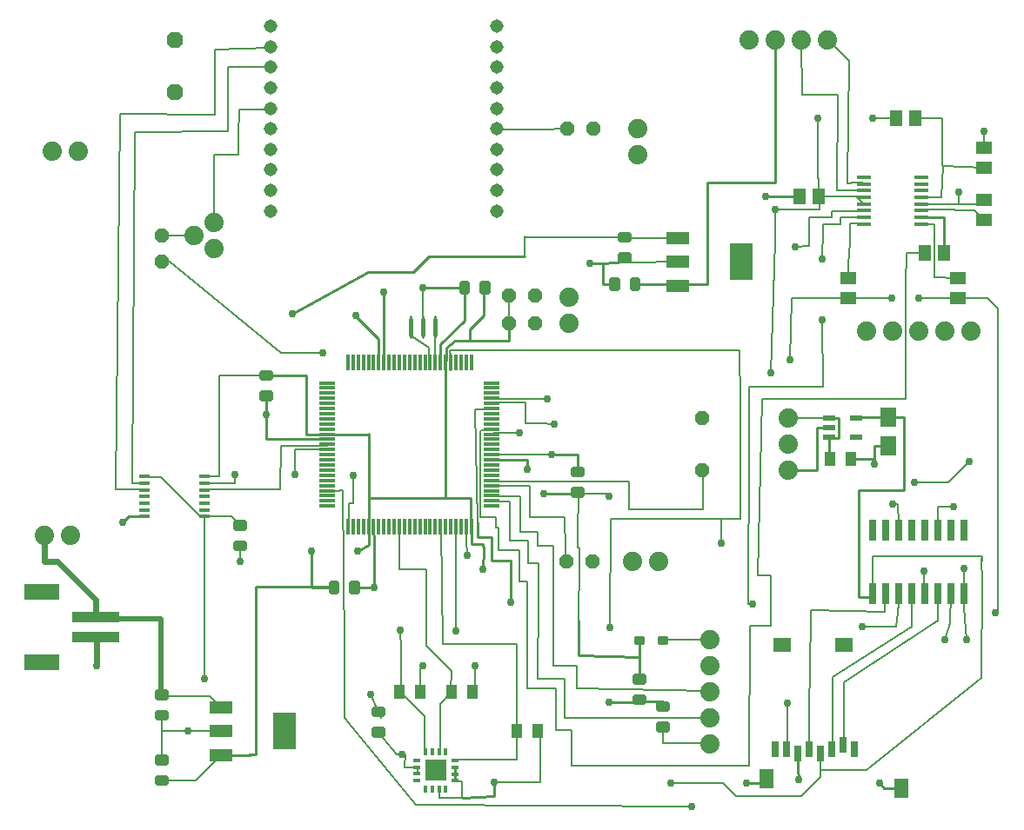
<source format=gbr>
G04 EAGLE Gerber RS-274X export*
G75*
%MOMM*%
%FSLAX34Y34*%
%LPD*%
%INTop Copper*%
%IPPOS*%
%AMOC8*
5,1,8,0,0,1.08239X$1,22.5*%
G01*
%ADD10P,1.732040X8X292.500000*%
%ADD11R,1.100000X1.400000*%
%ADD12R,1.500000X1.950000*%
%ADD13R,1.300000X1.500000*%
%ADD14R,2.235200X1.219200*%
%ADD15R,2.200000X3.600000*%
%ADD16R,0.350000X0.700000*%
%ADD17R,0.700000X0.350000*%
%ADD18R,2.000000X2.000000*%
%ADD19R,0.660400X2.032000*%
%ADD20R,1.200000X0.550000*%
%ADD21R,4.600000X1.000000*%
%ADD22R,3.400000X1.600000*%
%ADD23C,1.879600*%
%ADD24P,1.429621X8X112.500000*%
%ADD25R,1.500000X1.300000*%
%ADD26P,1.429621X8X22.500000*%
%ADD27C,0.400000*%
%ADD28C,0.550000*%
%ADD29R,1.473200X0.355600*%
%ADD30R,1.500000X0.300000*%
%ADD31R,0.300000X1.500000*%
%ADD32R,0.990600X0.304800*%
%ADD33R,1.400000X1.900000*%
%ADD34R,1.800000X1.400000*%
%ADD35R,0.700000X1.500000*%
%ADD36C,1.308000*%
%ADD37C,0.450000*%
%ADD38C,0.254000*%
%ADD39C,0.152400*%
%ADD40C,0.756400*%
%ADD41C,0.609600*%
%ADD42C,0.203200*%
%ADD43C,0.508000*%


D10*
X177800Y762000D03*
X177800Y711200D03*
D11*
X510700Y88900D03*
X530700Y88900D03*
X447200Y127000D03*
X467200Y127000D03*
X396400Y127000D03*
X416400Y127000D03*
D12*
X872490Y394750D03*
X872490Y367250D03*
D11*
X815500Y354330D03*
X835500Y354330D03*
D13*
X804520Y609600D03*
X785520Y609600D03*
X879500Y685800D03*
X898500Y685800D03*
D14*
X223012Y112014D03*
X223012Y88900D03*
X223012Y65786D03*
D15*
X284990Y88900D03*
D14*
X667512Y569214D03*
X667512Y546100D03*
X667512Y522986D03*
D15*
X729490Y546100D03*
D16*
X428550Y32550D03*
X422050Y32550D03*
X435050Y32550D03*
X441550Y32550D03*
D17*
X450300Y41050D03*
X450300Y47300D03*
X450300Y54050D03*
X450300Y60550D03*
D16*
X441550Y69050D03*
X435050Y69050D03*
X428550Y69050D03*
X422050Y69050D03*
D17*
X413550Y60550D03*
X413550Y54050D03*
X413550Y47550D03*
X413550Y41050D03*
D18*
X431800Y50800D03*
D19*
X857250Y223266D03*
X857250Y284734D03*
X869950Y223266D03*
X882650Y223266D03*
X869950Y284734D03*
X882650Y284734D03*
X895350Y223266D03*
X895350Y284734D03*
X908050Y223266D03*
X908050Y284734D03*
X920750Y223266D03*
X933450Y223266D03*
X920750Y284734D03*
X933450Y284734D03*
X946150Y223266D03*
X946150Y284734D03*
D20*
X815040Y394310D03*
X815040Y384810D03*
X815040Y375310D03*
X841040Y375310D03*
X841040Y394310D03*
D21*
X100500Y180500D03*
X100500Y200500D03*
D22*
X48500Y156500D03*
X48500Y224500D03*
D23*
X774700Y342900D03*
X774700Y368300D03*
X774700Y393700D03*
X623570Y254000D03*
X648970Y254000D03*
X50800Y279400D03*
X76200Y279400D03*
X83820Y654050D03*
X58420Y654050D03*
X812800Y762000D03*
X787400Y762000D03*
X762000Y762000D03*
X736600Y762000D03*
X628650Y675640D03*
X628650Y650240D03*
X698500Y177800D03*
X698500Y152400D03*
X698500Y127000D03*
X698500Y101600D03*
X698500Y76200D03*
X215900Y558800D03*
X196850Y571500D03*
X215900Y584200D03*
D24*
X690880Y342900D03*
X690880Y393700D03*
D25*
X833120Y511200D03*
X833120Y530200D03*
X965200Y606400D03*
X965200Y587400D03*
X965200Y638200D03*
X965200Y657200D03*
D26*
X560070Y675640D03*
X585470Y675640D03*
D24*
X165100Y546100D03*
X165100Y571500D03*
D26*
X558800Y254000D03*
X584200Y254000D03*
D13*
X907440Y554990D03*
X926440Y554990D03*
D25*
X939800Y511200D03*
X939800Y530200D03*
D27*
X632850Y175800D02*
X626850Y175800D01*
X626850Y179800D01*
X632850Y179800D01*
X632850Y175800D01*
X632850Y179600D02*
X626850Y179600D01*
X649850Y175800D02*
X655850Y175800D01*
X649850Y175800D02*
X649850Y179800D01*
X655850Y179800D01*
X655850Y175800D01*
X655850Y179600D02*
X649850Y179600D01*
D28*
X335650Y224350D02*
X330150Y224350D01*
X330150Y232850D01*
X335650Y232850D01*
X335650Y224350D01*
X335650Y229575D02*
X330150Y229575D01*
X350150Y224350D02*
X355650Y224350D01*
X350150Y224350D02*
X350150Y232850D01*
X355650Y232850D01*
X355650Y224350D01*
X355650Y229575D02*
X350150Y229575D01*
X611700Y567320D02*
X611700Y572820D01*
X620200Y572820D01*
X620200Y567320D01*
X611700Y567320D01*
X611700Y572545D02*
X620200Y572545D01*
X611700Y552820D02*
X611700Y547320D01*
X611700Y552820D02*
X620200Y552820D01*
X620200Y547320D01*
X611700Y547320D01*
X611700Y552545D02*
X620200Y552545D01*
D29*
X904494Y583040D03*
X904494Y589644D03*
X904494Y596248D03*
X904494Y602598D03*
X904494Y609202D03*
X904494Y615552D03*
X904494Y622156D03*
X904494Y628760D03*
X848106Y628760D03*
X848106Y622156D03*
X848106Y615552D03*
X848106Y609202D03*
X848106Y602598D03*
X848106Y596248D03*
X848106Y589644D03*
X848106Y583040D03*
D28*
X648530Y115620D02*
X648530Y110120D01*
X648530Y115620D02*
X657030Y115620D01*
X657030Y110120D01*
X648530Y110120D01*
X648530Y115345D02*
X657030Y115345D01*
X648530Y95620D02*
X648530Y90120D01*
X648530Y95620D02*
X657030Y95620D01*
X657030Y90120D01*
X648530Y90120D01*
X648530Y95345D02*
X657030Y95345D01*
X625670Y136790D02*
X625670Y142290D01*
X634170Y142290D01*
X634170Y136790D01*
X625670Y136790D01*
X625670Y142015D02*
X634170Y142015D01*
X625670Y122290D02*
X625670Y116790D01*
X625670Y122290D02*
X634170Y122290D01*
X634170Y116790D01*
X625670Y116790D01*
X625670Y122015D02*
X634170Y122015D01*
X574480Y318720D02*
X574480Y324220D01*
X574480Y318720D02*
X565980Y318720D01*
X565980Y324220D01*
X574480Y324220D01*
X574480Y323945D02*
X565980Y323945D01*
X574480Y338720D02*
X574480Y344220D01*
X574480Y338720D02*
X565980Y338720D01*
X565980Y344220D01*
X574480Y344220D01*
X574480Y343945D02*
X565980Y343945D01*
X482650Y524950D02*
X477150Y524950D01*
X482650Y524950D02*
X482650Y516450D01*
X477150Y516450D01*
X477150Y524950D01*
X477150Y521675D02*
X482650Y521675D01*
X462650Y524950D02*
X457150Y524950D01*
X462650Y524950D02*
X462650Y516450D01*
X457150Y516450D01*
X457150Y524950D01*
X457150Y521675D02*
X462650Y521675D01*
X262450Y438200D02*
X262450Y432700D01*
X262450Y438200D02*
X270950Y438200D01*
X270950Y432700D01*
X262450Y432700D01*
X262450Y437925D02*
X270950Y437925D01*
X262450Y418200D02*
X262450Y412700D01*
X262450Y418200D02*
X270950Y418200D01*
X270950Y412700D01*
X262450Y412700D01*
X262450Y417925D02*
X270950Y417925D01*
X169350Y43550D02*
X169350Y38050D01*
X160850Y38050D01*
X160850Y43550D01*
X169350Y43550D01*
X169350Y43275D02*
X160850Y43275D01*
X169350Y58050D02*
X169350Y63550D01*
X169350Y58050D02*
X160850Y58050D01*
X160850Y63550D01*
X169350Y63550D01*
X169350Y63275D02*
X160850Y63275D01*
X160850Y121550D02*
X160850Y127050D01*
X169350Y127050D01*
X169350Y121550D01*
X160850Y121550D01*
X160850Y126775D02*
X169350Y126775D01*
X160850Y107050D02*
X160850Y101550D01*
X160850Y107050D02*
X169350Y107050D01*
X169350Y101550D01*
X160850Y101550D01*
X160850Y106775D02*
X169350Y106775D01*
X623200Y528760D02*
X628700Y528760D01*
X628700Y520260D01*
X623200Y520260D01*
X623200Y528760D01*
X623200Y525485D02*
X628700Y525485D01*
X608700Y528760D02*
X603200Y528760D01*
X608700Y528760D02*
X608700Y520260D01*
X603200Y520260D01*
X603200Y528760D01*
X603200Y525485D02*
X608700Y525485D01*
D30*
X486400Y308300D03*
X486400Y313300D03*
X486400Y318300D03*
X486400Y323300D03*
X486400Y328300D03*
X486400Y333300D03*
X486400Y338300D03*
X486400Y343300D03*
X486400Y348300D03*
X486400Y353300D03*
X486400Y358300D03*
X486400Y363300D03*
X486400Y368300D03*
X486400Y373300D03*
X486400Y378300D03*
X486400Y383300D03*
X486400Y388300D03*
X486400Y393300D03*
X486400Y398300D03*
X486400Y403300D03*
X486400Y408300D03*
X486400Y413300D03*
X486400Y418300D03*
X486400Y423300D03*
X486400Y428300D03*
D31*
X466400Y448300D03*
X461400Y448300D03*
X456400Y448300D03*
X451400Y448300D03*
X446400Y448300D03*
X441400Y448300D03*
X436400Y448300D03*
X431400Y448300D03*
X426400Y448300D03*
X421400Y448300D03*
X416400Y448300D03*
X411400Y448300D03*
X406400Y448300D03*
X401400Y448300D03*
X396400Y448300D03*
X391400Y448300D03*
X386400Y448300D03*
X381400Y448300D03*
X376400Y448300D03*
X371400Y448300D03*
X366400Y448300D03*
X361400Y448300D03*
X356400Y448300D03*
X351400Y448300D03*
X346400Y448300D03*
D30*
X326400Y428300D03*
X326400Y423300D03*
X326400Y418300D03*
X326400Y413300D03*
X326400Y408300D03*
X326400Y403300D03*
X326400Y398300D03*
X326400Y393300D03*
X326400Y388300D03*
X326400Y383300D03*
X326400Y378300D03*
X326400Y373300D03*
X326400Y368300D03*
X326400Y363300D03*
X326400Y358300D03*
X326400Y353300D03*
X326400Y348300D03*
X326400Y343300D03*
X326400Y338300D03*
X326400Y333300D03*
X326400Y328300D03*
X326400Y323300D03*
X326400Y318300D03*
X326400Y313300D03*
X326400Y308300D03*
D31*
X346400Y288300D03*
X351400Y288300D03*
X356400Y288300D03*
X361400Y288300D03*
X366400Y288300D03*
X371400Y288300D03*
X376400Y288300D03*
X381400Y288300D03*
X386400Y288300D03*
X391400Y288300D03*
X396400Y288300D03*
X401400Y288300D03*
X406400Y288300D03*
X411400Y288300D03*
X416400Y288300D03*
X421400Y288300D03*
X426400Y288300D03*
X431400Y288300D03*
X436400Y288300D03*
X441400Y288300D03*
X446400Y288300D03*
X451400Y288300D03*
X456400Y288300D03*
X461400Y288300D03*
X466400Y288300D03*
D32*
X148622Y337000D03*
X148622Y330500D03*
X148622Y324000D03*
X148622Y317500D03*
X148622Y311000D03*
X148622Y304500D03*
X148622Y298000D03*
X206978Y298000D03*
X206978Y304500D03*
X206978Y311000D03*
X206978Y317500D03*
X206978Y324000D03*
X206978Y330500D03*
X206978Y337000D03*
D33*
X753300Y42400D03*
X885300Y33400D03*
D34*
X769300Y173400D03*
X829300Y173400D03*
D35*
X762300Y71400D03*
X773300Y71400D03*
X784300Y67400D03*
X795300Y71400D03*
X806300Y67400D03*
X817300Y71400D03*
X828300Y75400D03*
X839300Y71400D03*
D36*
X271000Y775800D03*
X271000Y755800D03*
X271000Y735800D03*
X271000Y715800D03*
X271000Y695800D03*
X271000Y675800D03*
X271000Y655800D03*
X271000Y635800D03*
X271000Y615800D03*
X271000Y595800D03*
X491000Y595800D03*
X491000Y615800D03*
X491000Y635800D03*
X491000Y655800D03*
X491000Y675800D03*
X491000Y695800D03*
X491000Y715800D03*
X491000Y735800D03*
X491000Y755800D03*
X491000Y775800D03*
D37*
X431100Y489875D02*
X431100Y475325D01*
X419100Y475325D02*
X419100Y489875D01*
X407100Y489875D02*
X407100Y475325D01*
D38*
X431100Y472440D02*
X431100Y482600D01*
X431100Y492760D01*
X407100Y482600D02*
X407100Y472440D01*
X407100Y482600D02*
X407100Y492760D01*
X419100Y482600D02*
X419100Y472440D01*
X419100Y482600D02*
X419100Y492760D01*
D28*
X237050Y292150D02*
X237050Y286650D01*
X237050Y292150D02*
X245550Y292150D01*
X245550Y286650D01*
X237050Y286650D01*
X237050Y291875D02*
X245550Y291875D01*
X237050Y272150D02*
X237050Y266650D01*
X237050Y272150D02*
X245550Y272150D01*
X245550Y266650D01*
X237050Y266650D01*
X237050Y271875D02*
X245550Y271875D01*
X380170Y90540D02*
X380170Y85040D01*
X371670Y85040D01*
X371670Y90540D01*
X380170Y90540D01*
X380170Y90265D02*
X371670Y90265D01*
X380170Y105040D02*
X380170Y110540D01*
X380170Y105040D02*
X371670Y105040D01*
X371670Y110540D01*
X380170Y110540D01*
X380170Y110265D02*
X371670Y110265D01*
D23*
X850900Y478790D03*
X876300Y478790D03*
X901700Y478790D03*
X927100Y478790D03*
X952500Y478790D03*
X561340Y486410D03*
X561340Y511810D03*
D26*
X502920Y486410D03*
X528320Y486410D03*
X502920Y513080D03*
X528320Y513080D03*
D39*
X602488Y296164D02*
X600964Y189738D01*
X446532Y440436D02*
X446532Y448056D01*
X446532Y440436D02*
X446024Y457454D01*
X445770Y459740D02*
X727710Y459994D01*
X445770Y459740D02*
X445770Y457454D01*
X446024Y457454D01*
X727710Y459994D02*
X727964Y408940D01*
X727964Y295910D01*
X711200Y295944D02*
X602488Y296164D01*
X711200Y295944D02*
X727964Y295910D01*
X446532Y448056D02*
X446400Y448300D01*
D38*
X629920Y119540D02*
X631190Y118270D01*
X652780Y118270D01*
X652780Y112870D01*
D40*
X600964Y189738D03*
X600710Y116840D03*
D38*
X631190Y116840D01*
X631190Y118270D01*
D40*
X951230Y351790D03*
D39*
X930910Y331470D01*
X897890Y331470D01*
D40*
X897890Y331470D03*
X709930Y271780D03*
D39*
X709930Y294674D01*
X711200Y295944D01*
D38*
X841104Y609600D02*
X847708Y609600D01*
X848106Y609202D01*
D40*
X803910Y685800D03*
X857250Y685800D03*
D39*
X761746Y566420D02*
X757936Y437896D01*
X762000Y596900D02*
X804926Y596900D01*
X762000Y596900D02*
X761746Y566420D01*
X804926Y596900D02*
X804520Y609600D01*
X198120Y41148D02*
X166116Y41148D01*
X198120Y41148D02*
X222504Y65532D01*
X166116Y41148D02*
X165100Y40800D01*
X222504Y65532D02*
X223012Y65786D01*
X570230Y268224D02*
X572008Y268224D01*
X570230Y268224D02*
X570230Y280670D01*
X570738Y320040D01*
X572008Y268224D02*
X572008Y254254D01*
X570738Y196596D01*
X570738Y320040D02*
X570230Y321470D01*
X220980Y346710D02*
X221234Y435356D01*
X220980Y346710D02*
X220980Y337058D01*
X207264Y337058D01*
X221234Y435356D02*
X256540Y435102D01*
X207264Y337058D02*
X206978Y337000D01*
X256540Y435102D02*
X266700Y435450D01*
D38*
X478536Y493776D02*
X478536Y519684D01*
X450205Y469380D02*
X441960Y462280D01*
X450205Y469380D02*
X464820Y469380D01*
X464820Y480060D01*
X478536Y493776D01*
X441960Y462280D02*
X441960Y449580D01*
D39*
X478536Y519684D02*
X479900Y520700D01*
X441960Y449580D02*
X441400Y448300D01*
X569468Y320294D02*
X600964Y320294D01*
X600710Y317500D01*
X570230Y321470D02*
X569468Y320294D01*
D40*
X600710Y317500D03*
D39*
X857250Y685800D02*
X879500Y685800D01*
X804520Y627380D02*
X804520Y609600D01*
X804520Y627380D02*
X803910Y627380D01*
X803910Y685800D01*
X804520Y609600D02*
X841104Y609600D01*
X848106Y602598D01*
D38*
X520700Y353300D02*
X486400Y353300D01*
D40*
X520700Y344170D03*
X537210Y320040D03*
D38*
X570738Y320040D01*
X520700Y344170D02*
X520700Y353300D01*
D40*
X477520Y246380D03*
D38*
X477704Y271554D02*
X466316Y271596D01*
X478564Y266474D02*
X477520Y246380D01*
X478564Y266474D02*
X477704Y271554D01*
X466316Y271596D02*
X466316Y279494D01*
X466400Y288300D01*
X441400Y316230D02*
X441400Y448300D01*
X441400Y316230D02*
X466090Y316230D01*
X466090Y288300D02*
X466400Y288300D01*
X466090Y288300D02*
X466090Y316230D01*
X366400Y316230D02*
X366400Y288300D01*
X366400Y316230D02*
X366400Y378460D01*
X367030Y378460D01*
X306070Y435450D02*
X266700Y435450D01*
X306070Y378300D02*
X326400Y378300D01*
X306070Y378300D02*
X306070Y435450D01*
X251460Y65786D02*
X223012Y65786D01*
X250190Y66040D02*
X251460Y65786D01*
X250190Y66040D02*
X256540Y66040D01*
X256540Y229870D01*
X332900Y229870D01*
X332900Y228600D01*
X366400Y316230D02*
X441400Y316230D01*
X367030Y378300D02*
X367030Y378460D01*
X367030Y378300D02*
X326400Y378300D01*
X366400Y288300D02*
X366400Y270510D01*
X355600Y264160D01*
D40*
X355600Y264160D03*
D38*
X332900Y228600D02*
X311150Y228600D01*
X311150Y264160D01*
D40*
X311150Y264160D03*
X757936Y437896D03*
D38*
X815040Y375310D02*
X815040Y354330D01*
X814870Y354330D01*
X814728Y354472D02*
X815500Y354472D01*
X815500Y354330D01*
X815040Y354330D01*
X814870Y354330D02*
X814728Y354472D01*
X815040Y394310D02*
X823996Y394310D01*
X823996Y374693D01*
X815040Y374693D01*
X815040Y375310D01*
X629850Y177800D02*
X629920Y161290D01*
X629920Y139540D01*
X570738Y162560D02*
X570738Y196596D01*
X570738Y162560D02*
X629920Y161290D01*
D40*
X762000Y596900D03*
D39*
X775310Y394310D02*
X774700Y393700D01*
X775310Y394310D02*
X815040Y394310D01*
X502920Y486410D02*
X502920Y513080D01*
D38*
X502920Y486410D02*
X502920Y469380D01*
X464820Y469380D01*
D39*
X435864Y115824D02*
X435864Y70104D01*
X435864Y115824D02*
X446532Y126492D01*
X435864Y70104D02*
X435050Y69050D01*
X446532Y126492D02*
X447200Y127000D01*
X396240Y246888D02*
X396240Y288036D01*
X422910Y246380D02*
X422402Y183896D01*
X422910Y246380D02*
X422402Y246888D01*
X396240Y246888D01*
X447040Y147320D02*
X446532Y128016D01*
X447040Y147320D02*
X422402Y171958D01*
X422402Y183896D01*
X396240Y288036D02*
X396400Y288300D01*
X446532Y128016D02*
X447200Y127000D01*
X326400Y363300D02*
X295910Y363300D01*
X236220Y330500D02*
X206978Y330500D01*
X236220Y330500D02*
X236220Y339090D01*
D40*
X236220Y339090D03*
X294640Y339090D03*
D39*
X295910Y363220D02*
X295910Y363300D01*
X295910Y363220D02*
X294640Y363220D01*
X294640Y339090D01*
X280670Y324612D02*
X207264Y324612D01*
X280670Y324612D02*
X281432Y367284D01*
X326136Y367284D01*
X207264Y324612D02*
X206978Y324000D01*
X326136Y367284D02*
X326400Y368300D01*
X477012Y382524D02*
X486156Y382524D01*
X477012Y382524D02*
X475488Y381000D01*
X475488Y297180D01*
X513080Y234950D02*
X520954Y235204D01*
X513080Y234950D02*
X513080Y265430D01*
X492760Y265430D01*
X492760Y287020D01*
X490220Y287020D01*
X490220Y297180D01*
X475488Y297180D01*
X542290Y130810D02*
X545084Y130302D01*
X542290Y130810D02*
X520700Y130810D01*
X520700Y235204D01*
X520954Y235204D01*
X563880Y90170D02*
X563880Y55118D01*
X563880Y90170D02*
X548640Y90170D01*
X548640Y130810D01*
X545084Y130302D01*
X563880Y55118D02*
X736346Y55118D01*
X745236Y240538D02*
X758190Y240538D01*
X758190Y191770D01*
X737870Y191770D01*
X736346Y55118D01*
X745236Y240538D02*
X749046Y413004D01*
X889000Y523240D02*
X889762Y554990D01*
X889000Y523240D02*
X889000Y412750D01*
X749046Y413004D01*
X486400Y383300D02*
X486156Y382524D01*
X889762Y554990D02*
X907440Y554990D01*
X847344Y595884D02*
X816864Y595884D01*
X795020Y561340D02*
X781812Y560832D01*
X795020Y561340D02*
X795020Y589280D01*
X816864Y589280D01*
X816864Y595884D01*
X512826Y379476D02*
X501396Y379222D01*
X495300Y379476D01*
X487680Y379476D01*
X847344Y595884D02*
X848106Y596248D01*
X487680Y379476D02*
X486400Y378300D01*
D40*
X781812Y560832D03*
X512826Y379476D03*
D39*
X420624Y103632D02*
X420624Y70104D01*
X420624Y103632D02*
X397764Y126492D01*
X420624Y70104D02*
X422050Y69050D01*
X397764Y126492D02*
X396400Y127000D01*
X451104Y186944D02*
X451104Y288036D01*
X397002Y187452D02*
X398272Y169926D01*
X397764Y140208D01*
X397764Y128016D01*
X451104Y288036D02*
X451400Y288300D01*
X397764Y128016D02*
X396400Y127000D01*
D40*
X451104Y186944D03*
X397002Y187452D03*
D39*
X451104Y60960D02*
X511048Y60960D01*
X510540Y88392D01*
X451104Y60960D02*
X450300Y60550D01*
X510540Y88392D02*
X510700Y88900D01*
X438658Y173736D02*
X437388Y288036D01*
X438658Y173736D02*
X510540Y174244D01*
X510540Y89916D01*
X437388Y288036D02*
X436400Y288300D01*
X510540Y89916D02*
X510700Y88900D01*
X504190Y312420D02*
X487680Y312420D01*
X530860Y252730D02*
X531622Y252730D01*
X530860Y252730D02*
X521970Y252730D01*
X521970Y274320D01*
X504190Y274320D01*
X504190Y312420D01*
X531622Y252730D02*
X531622Y189992D01*
X557530Y139700D02*
X557530Y102108D01*
X557530Y139700D02*
X530860Y139700D01*
X530860Y168910D01*
X531622Y189992D01*
X557530Y102108D02*
X697992Y102108D01*
X487680Y312420D02*
X486400Y313300D01*
X697992Y102108D02*
X698500Y101600D01*
X493776Y318516D02*
X487680Y318516D01*
X530860Y269240D02*
X546100Y269240D01*
X530860Y269240D02*
X530860Y283210D01*
X514350Y283210D01*
X514350Y317500D01*
X493776Y317500D01*
X493776Y318516D01*
X546100Y269240D02*
X546100Y152400D01*
X568960Y152400D02*
X568960Y130556D01*
X568960Y152400D02*
X546100Y152400D01*
X568960Y130556D02*
X697992Y128016D01*
X487680Y318516D02*
X486400Y318300D01*
X697992Y128016D02*
X698500Y127000D01*
X523240Y327660D02*
X487680Y327660D01*
X557530Y297180D02*
X557784Y265176D01*
X557530Y297180D02*
X523240Y297180D01*
X523240Y327660D01*
X557784Y265176D02*
X557784Y254508D01*
X487680Y327660D02*
X486400Y328300D01*
X557784Y254508D02*
X558800Y254000D01*
X620268Y332232D02*
X487680Y332232D01*
X620268Y332232D02*
X619506Y304800D01*
X690880Y342900D02*
X692150Y342900D01*
X692150Y304800D01*
X619506Y304800D01*
X487680Y332232D02*
X486400Y333300D01*
D40*
X381000Y516890D03*
D38*
X381000Y448700D01*
X381400Y448300D01*
X376400Y448300D02*
X376400Y470690D01*
X352845Y494245D01*
X354188Y495706D01*
X354330Y494030D01*
D40*
X354330Y494030D03*
D39*
X477012Y402336D02*
X486156Y402336D01*
X477012Y402336D02*
X469900Y402844D01*
X472440Y292354D01*
X847090Y191008D02*
X880110Y191008D01*
X881380Y204470D02*
X882396Y213360D01*
X881380Y204470D02*
X880110Y191008D01*
X882396Y213360D02*
X882396Y222504D01*
X486156Y402336D02*
X486400Y403300D01*
X882650Y223266D02*
X882396Y222504D01*
X939800Y511200D02*
X969010Y511200D01*
X979170Y501040D01*
X979170Y207010D01*
X976630Y204470D01*
D40*
X504698Y214376D03*
X847090Y191008D03*
D38*
X504698Y214376D02*
X504698Y255270D01*
X486410Y255270D01*
X486410Y278130D01*
X472440Y278130D01*
X472440Y292354D01*
D40*
X976630Y204470D03*
X901700Y510540D03*
D39*
X902360Y511200D02*
X939800Y511200D01*
X902360Y511200D02*
X901700Y510540D01*
X902360Y511200D02*
X939800Y511200D01*
X902360Y511200D02*
X901700Y510540D01*
X547116Y388112D02*
X534670Y388620D01*
X519430Y388620D01*
X519430Y408940D01*
X487680Y408940D01*
X487680Y408432D01*
X776732Y450342D02*
X778510Y510540D01*
X824484Y510540D01*
X487680Y408432D02*
X486400Y408300D01*
X824484Y510540D02*
X833120Y511200D01*
X906780Y245364D02*
X906780Y224028D01*
X908050Y223266D01*
D40*
X547116Y388112D03*
X776732Y450342D03*
X906780Y245364D03*
D39*
X875690Y511200D02*
X833120Y511200D01*
D40*
X875690Y511200D03*
D39*
X736647Y367030D02*
X736092Y212852D01*
X736647Y367030D02*
X736854Y424434D01*
X736092Y212852D02*
X739902Y212598D01*
X774192Y116078D02*
X774192Y71628D01*
X773300Y71400D01*
X502920Y413004D02*
X487680Y413004D01*
X502920Y413004D02*
X540512Y412496D01*
X736854Y424434D02*
X808621Y424577D01*
X807466Y489712D01*
X487680Y413004D02*
X486400Y413300D01*
D40*
X739902Y212598D03*
X774192Y116078D03*
X540512Y412496D03*
X807466Y489712D03*
X807720Y548640D03*
D39*
X825864Y589644D02*
X848106Y589644D01*
X825864Y589644D02*
X825500Y582930D01*
X808990Y582930D01*
X808990Y576580D01*
X807720Y548640D01*
X351790Y337820D02*
X351790Y311150D01*
X347218Y311150D01*
X347218Y288290D01*
X321818Y457200D02*
X281178Y457200D01*
X346400Y288300D02*
X347218Y288290D01*
D40*
X321818Y457200D03*
D39*
X281178Y457200D02*
X173228Y546100D01*
X165100Y546100D01*
D40*
X351790Y337820D03*
D39*
X335280Y323088D02*
X327660Y323088D01*
X335280Y323088D02*
X341376Y323342D01*
X342646Y169164D01*
X342900Y167640D01*
X342900Y102108D01*
X412750Y17018D01*
X681228Y15748D01*
X327660Y323088D02*
X326400Y323300D01*
D40*
X681228Y15748D03*
X927100Y177800D03*
D39*
X932180Y194056D01*
X933450Y223266D01*
D41*
X101600Y179400D02*
X100500Y180500D01*
X101600Y179400D02*
X101600Y152400D01*
D40*
X101600Y152400D03*
D38*
X266700Y397510D02*
X266700Y415450D01*
D40*
X266700Y397510D03*
X544830Y358140D03*
X462280Y260350D03*
D38*
X372110Y228600D02*
X352900Y228600D01*
D40*
X372110Y228600D03*
X419100Y152400D03*
D38*
X450300Y47300D02*
X450300Y41050D01*
X450300Y47300D02*
X450300Y54050D01*
X749000Y38100D02*
X753300Y42400D01*
X749000Y38100D02*
X734060Y38100D01*
D40*
X734060Y38100D03*
D38*
X868300Y33400D02*
X885300Y33400D01*
X868300Y33400D02*
X863600Y38100D01*
D40*
X863600Y38100D03*
D38*
X784300Y53900D02*
X784300Y67400D01*
X784300Y53900D02*
X784860Y41910D01*
D40*
X784860Y41910D03*
X948690Y177800D03*
X876300Y309880D03*
X935990Y307340D03*
X858520Y349250D03*
D38*
X961398Y602598D02*
X965200Y606400D01*
D40*
X941070Y614028D03*
X965200Y673100D03*
D38*
X785520Y609600D02*
X753110Y609600D01*
D40*
X753110Y609600D03*
X581660Y544830D03*
X190500Y88900D03*
D39*
X904494Y602598D02*
X941070Y601980D01*
X941070Y614028D01*
X941070Y601980D02*
X961398Y602598D01*
X965200Y657200D02*
X965200Y673100D01*
X416400Y149700D02*
X416400Y127000D01*
X416400Y149700D02*
X419100Y152400D01*
X435050Y32550D02*
X434974Y30086D01*
X434974Y24293D01*
X438947Y24130D01*
X457200Y24130D01*
X457200Y40500D01*
X450300Y41050D01*
X450300Y54050D01*
X530700Y88900D02*
X533400Y91600D01*
X533400Y39370D01*
X488950Y39370D01*
D40*
X488950Y39370D03*
D39*
X467200Y127000D02*
X469900Y129700D01*
X469900Y152400D01*
D40*
X469900Y152400D03*
D39*
X375920Y107790D02*
X378300Y101600D01*
X368300Y124460D01*
D40*
X368300Y124460D03*
D39*
X436400Y448300D02*
X435186Y449514D01*
X419100Y482600D02*
X419100Y520700D01*
D40*
X419100Y520700D03*
D39*
X455930Y520700D02*
X459900Y520700D01*
X455930Y520700D02*
X444500Y520700D01*
X322580Y373300D02*
X281860Y373300D01*
X322580Y373300D02*
X326400Y373300D01*
X461400Y288300D02*
X461400Y275200D01*
X462280Y260350D01*
X486400Y358300D02*
X505300Y358300D01*
X544830Y358140D01*
X570230Y345440D02*
X570230Y341470D01*
X165100Y104300D02*
X165100Y88900D01*
X165100Y60800D01*
X190500Y88900D02*
X223012Y88900D01*
X190500Y88900D02*
X165100Y88900D01*
X946150Y209550D02*
X946150Y223266D01*
X946150Y209550D02*
X948690Y177800D01*
X882650Y284734D02*
X882650Y292100D01*
X881380Y309880D01*
X876300Y309880D01*
X920750Y307340D02*
X920750Y284734D01*
X920750Y307340D02*
X935990Y307340D01*
X667512Y546100D02*
X581660Y544830D01*
D38*
X594360Y524510D02*
X605950Y524510D01*
X594360Y524510D02*
X594360Y544830D01*
X372110Y279639D02*
X372110Y228600D01*
X774700Y342900D02*
X802640Y342900D01*
X802640Y384810D01*
X815040Y384810D01*
X858520Y367250D02*
X872490Y367250D01*
X858520Y367250D02*
X858520Y349250D01*
X858360Y354330D02*
X835500Y354330D01*
X858360Y354330D02*
X858520Y349250D01*
X570230Y358140D02*
X544830Y358140D01*
X570230Y358140D02*
X570230Y345440D01*
X488950Y39370D02*
X488950Y25400D01*
X457200Y24130D01*
D40*
X946150Y247650D03*
D38*
X266700Y373380D02*
X266700Y397510D01*
X266700Y373380D02*
X322580Y373380D01*
X322580Y373300D01*
X615950Y546260D02*
X615950Y550070D01*
X615950Y546260D02*
X594360Y544830D01*
X581660Y544830D01*
X455930Y520700D02*
X419100Y520700D01*
X436400Y465610D02*
X436400Y448300D01*
X459900Y489110D02*
X459900Y520700D01*
X459900Y489110D02*
X436400Y465610D01*
X148622Y298000D02*
X132900Y298000D01*
X127000Y292100D01*
D40*
X127000Y292100D03*
D39*
X241300Y269400D02*
X241300Y254000D01*
D40*
X241300Y254000D03*
D39*
X946150Y247650D02*
X946150Y223266D01*
D38*
X372110Y279639D02*
X371400Y280349D01*
X371400Y288300D01*
D39*
X425186Y449514D02*
X425186Y456747D01*
X425186Y449514D02*
X426400Y448300D01*
X407100Y474833D02*
X407100Y482600D01*
X407100Y474833D02*
X425450Y462280D01*
X425450Y456747D01*
X425186Y456747D01*
X431100Y448600D02*
X431100Y482600D01*
X431100Y448600D02*
X431400Y448300D01*
X659892Y178308D02*
X697992Y178308D01*
X659892Y178308D02*
X652850Y177800D01*
X697992Y178308D02*
X698500Y177800D01*
X696468Y77724D02*
X653288Y77724D01*
X696468Y77724D02*
X697992Y76200D01*
X653288Y77724D02*
X652780Y92870D01*
X697992Y76200D02*
X698500Y76200D01*
D38*
X762000Y623570D02*
X762000Y762000D01*
X695960Y524510D02*
X667512Y524510D01*
X695960Y524510D02*
X695960Y623570D01*
X762000Y623570D01*
D39*
X667512Y523240D02*
X667512Y522986D01*
D42*
X667512Y523240D02*
X667512Y524510D01*
D38*
X625950Y524510D01*
D39*
X841248Y615696D02*
X847344Y615696D01*
X841248Y615696D02*
X821944Y615950D01*
X823214Y708914D01*
X788670Y708660D02*
X787908Y762000D01*
X788670Y708660D02*
X823214Y708660D01*
X823214Y708914D01*
X847344Y615696D02*
X848106Y615552D01*
X787908Y762000D02*
X787400Y762000D01*
X839724Y623316D02*
X847344Y623316D01*
X839724Y623316D02*
X832612Y622808D01*
X833882Y741934D01*
X813816Y762000D01*
X847344Y623316D02*
X848106Y622156D01*
X813816Y762000D02*
X812800Y762000D01*
X904494Y609202D02*
X924162Y609202D01*
X925220Y639470D02*
X965200Y638200D01*
X925220Y639470D02*
X924162Y609202D01*
X924560Y685800D02*
X898500Y685800D01*
X924560Y685800D02*
X924560Y640080D01*
X925220Y639470D01*
X834644Y583438D02*
X834644Y565658D01*
X833628Y543052D01*
X834644Y583438D02*
X848106Y583040D01*
X833628Y543052D02*
X833120Y530200D01*
X905256Y582168D02*
X914146Y582930D01*
X916940Y530860D02*
X938784Y530352D01*
X916940Y530860D02*
X916940Y582930D01*
X914146Y582930D01*
X905256Y582168D02*
X904494Y583040D01*
X938784Y530352D02*
X939800Y530200D01*
D38*
X926440Y589644D02*
X904494Y589644D01*
X926440Y589644D02*
X926440Y554990D01*
D39*
X904494Y596248D02*
X905146Y596900D01*
X936917Y596900D02*
X937287Y596530D01*
X956070Y596530D02*
X965200Y587400D01*
X956070Y596530D02*
X937287Y596530D01*
X936917Y596900D02*
X905146Y596900D01*
X414528Y53340D02*
X414528Y48768D01*
X413550Y47550D01*
X414528Y53340D02*
X413550Y54050D01*
X164592Y336804D02*
X149352Y336804D01*
X164592Y336804D02*
X202692Y298704D01*
X205740Y298704D01*
X149352Y336804D02*
X148622Y337000D01*
X205740Y298704D02*
X206978Y298000D01*
X207010Y278982D01*
X207010Y139700D01*
D40*
X207010Y139700D03*
X398780Y66040D03*
D39*
X401483Y53974D02*
X411086Y53974D01*
X413550Y54050D01*
X402117Y66040D02*
X398780Y66040D01*
X402117Y66040D02*
X401483Y53974D01*
D40*
X660400Y38100D03*
D39*
X711200Y38100D01*
X723900Y25400D01*
X787400Y25400D01*
X806300Y44300D02*
X806300Y50800D01*
X806300Y67400D01*
X806300Y44300D02*
X787400Y25400D01*
X857250Y223266D02*
X856742Y259588D01*
X963422Y259773D01*
X963971Y255242D01*
X962619Y257782D01*
X963930Y234881D01*
X962660Y140970D01*
X850900Y50800D01*
X806300Y50800D01*
X232700Y298000D02*
X206978Y298000D01*
X232700Y298000D02*
X241300Y289400D01*
X375920Y87790D02*
X393700Y66200D01*
X398780Y66040D01*
D38*
X841040Y394310D02*
X841040Y394750D01*
X872490Y394750D01*
X887730Y394750D01*
X887730Y323850D01*
X843280Y323850D01*
X843280Y219710D02*
X857250Y219710D01*
X857250Y223266D01*
X843280Y219710D02*
X843280Y323850D01*
D39*
X269748Y694944D02*
X240538Y694944D01*
X269748Y694944D02*
X271000Y695800D01*
X215900Y650240D02*
X215900Y584200D01*
X215900Y650240D02*
X240030Y650240D01*
X240030Y669036D01*
X240538Y694944D01*
D42*
X492252Y675132D02*
X531876Y675132D01*
X533400Y674878D01*
D39*
X492252Y675132D02*
X491000Y675800D01*
D42*
X533400Y674878D02*
X560070Y675640D01*
D39*
X147828Y324612D02*
X120650Y324612D01*
X124460Y690372D01*
X217170Y753110D02*
X269748Y754380D01*
X217170Y753110D02*
X217170Y689610D01*
X124460Y690372D01*
X147828Y324612D02*
X148622Y324000D01*
X269748Y754380D02*
X271000Y755800D01*
X147828Y330708D02*
X144780Y330708D01*
X136398Y330200D01*
X138938Y672338D01*
X229870Y673100D01*
X147828Y330708D02*
X148622Y330500D01*
X229870Y735800D02*
X271000Y735800D01*
X229870Y735800D02*
X229870Y673100D01*
X196850Y571500D02*
X165100Y571500D01*
X795528Y128016D02*
X795528Y71628D01*
X795528Y128016D02*
X795782Y133350D01*
X795782Y143256D01*
X796798Y206502D01*
X868680Y205232D01*
X868680Y222504D01*
X795528Y71628D02*
X795300Y71400D01*
X868680Y222504D02*
X869950Y223266D01*
X829056Y136652D02*
X829056Y76200D01*
X920496Y217932D02*
X920750Y217932D01*
X920750Y196850D01*
X829056Y136652D01*
X920496Y217932D02*
X920496Y222504D01*
X829056Y76200D02*
X828300Y75400D01*
X920496Y222504D02*
X920750Y223266D01*
X818388Y141732D02*
X818388Y71628D01*
X894588Y217932D02*
X895350Y217932D01*
X895350Y190500D01*
X818388Y141732D01*
X894588Y217932D02*
X894588Y222504D01*
X818388Y71628D02*
X817300Y71400D01*
X894588Y222504D02*
X895350Y223266D01*
D41*
X100500Y217000D02*
X100500Y200500D01*
X63500Y254000D02*
X50800Y254000D01*
X50800Y279400D01*
X63500Y254000D02*
X100500Y217000D01*
D39*
X166116Y123444D02*
X211836Y123444D01*
X222504Y112776D01*
X166116Y123444D02*
X165100Y124300D01*
X222504Y112776D02*
X223012Y112014D01*
D43*
X164592Y124968D02*
X164592Y198120D01*
X102108Y198120D01*
D39*
X164592Y124968D02*
X165100Y124300D01*
X102108Y198120D02*
X100500Y200500D01*
D40*
X292100Y495300D03*
D38*
X366014Y536194D02*
X410210Y535940D01*
X425450Y551180D01*
X518160Y551180D01*
X366014Y536194D02*
X292100Y495300D01*
D39*
X518160Y551180D02*
X518160Y570230D01*
X518715Y570785D01*
X616806Y569214D02*
X667512Y569214D01*
X616806Y569214D02*
X615950Y570070D01*
X519430Y570070D01*
X518715Y570785D01*
M02*

</source>
